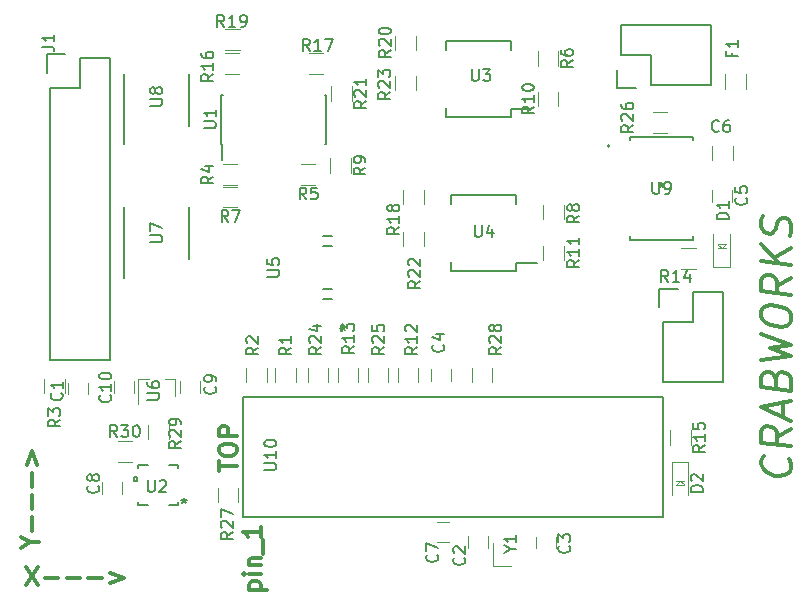
<source format=gbr>
G04 #@! TF.GenerationSoftware,KiCad,Pcbnew,5.0.0-fee4fd1~66~ubuntu16.04.1*
G04 #@! TF.CreationDate,2018-11-06T10:27:56-05:00*
G04 #@! TF.ProjectId,circuit,636972637569742E6B696361645F7063,rev?*
G04 #@! TF.SameCoordinates,Original*
G04 #@! TF.FileFunction,Legend,Top*
G04 #@! TF.FilePolarity,Positive*
%FSLAX46Y46*%
G04 Gerber Fmt 4.6, Leading zero omitted, Abs format (unit mm)*
G04 Created by KiCad (PCBNEW 5.0.0-fee4fd1~66~ubuntu16.04.1) date Tue Nov  6 10:27:56 2018*
%MOMM*%
%LPD*%
G01*
G04 APERTURE LIST*
%ADD10C,0.300000*%
%ADD11C,0.152400*%
%ADD12C,0.120000*%
%ADD13C,0.100000*%
%ADD14C,0.150000*%
G04 APERTURE END LIST*
D10*
X131282285Y-104298285D02*
X131996571Y-104298285D01*
X130496571Y-104798285D02*
X131282285Y-104298285D01*
X130496571Y-103798285D01*
X131425142Y-103298285D02*
X131425142Y-102155428D01*
X131425142Y-101441142D02*
X131425142Y-100298285D01*
X131425142Y-99584000D02*
X131425142Y-98441142D01*
X130996571Y-97726857D02*
X131425142Y-96584000D01*
X131853714Y-97726857D01*
X130913714Y-106366571D02*
X131913714Y-107866571D01*
X131913714Y-106366571D02*
X130913714Y-107866571D01*
X132485142Y-107295142D02*
X133628000Y-107295142D01*
X134342285Y-107295142D02*
X135485142Y-107295142D01*
X136199428Y-107295142D02*
X137342285Y-107295142D01*
X138056571Y-106866571D02*
X139199428Y-107295142D01*
X138056571Y-107723714D01*
X149792571Y-108306857D02*
X151292571Y-108306857D01*
X149864000Y-108306857D02*
X149792571Y-108164000D01*
X149792571Y-107878285D01*
X149864000Y-107735428D01*
X149935428Y-107664000D01*
X150078285Y-107592571D01*
X150506857Y-107592571D01*
X150649714Y-107664000D01*
X150721142Y-107735428D01*
X150792571Y-107878285D01*
X150792571Y-108164000D01*
X150721142Y-108306857D01*
X150792571Y-106949714D02*
X149792571Y-106949714D01*
X149292571Y-106949714D02*
X149364000Y-107021142D01*
X149435428Y-106949714D01*
X149364000Y-106878285D01*
X149292571Y-106949714D01*
X149435428Y-106949714D01*
X149792571Y-106235428D02*
X150792571Y-106235428D01*
X149935428Y-106235428D02*
X149864000Y-106164000D01*
X149792571Y-106021142D01*
X149792571Y-105806857D01*
X149864000Y-105664000D01*
X150006857Y-105592571D01*
X150792571Y-105592571D01*
X150935428Y-105235428D02*
X150935428Y-104092571D01*
X150792571Y-102949714D02*
X150792571Y-103806857D01*
X150792571Y-103378285D02*
X149292571Y-103378285D01*
X149506857Y-103521142D01*
X149649714Y-103664000D01*
X149721142Y-103806857D01*
X147260571Y-98230285D02*
X147260571Y-97373142D01*
X148760571Y-97801714D02*
X147260571Y-97801714D01*
X147260571Y-96587428D02*
X147260571Y-96301714D01*
X147332000Y-96158857D01*
X147474857Y-96016000D01*
X147760571Y-95944571D01*
X148260571Y-95944571D01*
X148546285Y-96016000D01*
X148689142Y-96158857D01*
X148760571Y-96301714D01*
X148760571Y-96587428D01*
X148689142Y-96730285D01*
X148546285Y-96873142D01*
X148260571Y-96944571D01*
X147760571Y-96944571D01*
X147474857Y-96873142D01*
X147332000Y-96730285D01*
X147260571Y-96587428D01*
X148760571Y-95301714D02*
X147260571Y-95301714D01*
X147260571Y-94730285D01*
X147332000Y-94587428D01*
X147403428Y-94516000D01*
X147546285Y-94444571D01*
X147760571Y-94444571D01*
X147903428Y-94516000D01*
X147974857Y-94587428D01*
X148046285Y-94730285D01*
X148046285Y-95301714D01*
X195471142Y-97220952D02*
X195592095Y-97357023D01*
X195713047Y-97735000D01*
X195713047Y-97976904D01*
X195592095Y-98324642D01*
X195350190Y-98536309D01*
X195108285Y-98627023D01*
X194624476Y-98687500D01*
X194261619Y-98642142D01*
X193777809Y-98460714D01*
X193535904Y-98309523D01*
X193294000Y-98037380D01*
X193173047Y-97659404D01*
X193173047Y-97417500D01*
X193294000Y-97069761D01*
X193414952Y-96963928D01*
X195713047Y-94711190D02*
X194503523Y-95406666D01*
X195713047Y-96162619D02*
X193173047Y-95845119D01*
X193173047Y-94877500D01*
X193294000Y-94650714D01*
X193414952Y-94544880D01*
X193656857Y-94454166D01*
X194019714Y-94499523D01*
X194261619Y-94650714D01*
X194382571Y-94786785D01*
X194503523Y-95043809D01*
X194503523Y-96011428D01*
X194987333Y-93652857D02*
X194987333Y-92443333D01*
X195713047Y-93985476D02*
X193173047Y-92821309D01*
X195713047Y-92292142D01*
X194382571Y-90432500D02*
X194503523Y-90084761D01*
X194624476Y-89978928D01*
X194866380Y-89888214D01*
X195229238Y-89933571D01*
X195471142Y-90084761D01*
X195592095Y-90220833D01*
X195713047Y-90477857D01*
X195713047Y-91445476D01*
X193173047Y-91127976D01*
X193173047Y-90281309D01*
X193294000Y-90054523D01*
X193414952Y-89948690D01*
X193656857Y-89857976D01*
X193898761Y-89888214D01*
X194140666Y-90039404D01*
X194261619Y-90175476D01*
X194382571Y-90432500D01*
X194382571Y-91279166D01*
X193173047Y-88829880D02*
X195713047Y-88542619D01*
X193898761Y-87832023D01*
X195713047Y-87575000D01*
X193173047Y-86652738D01*
X193173047Y-85201309D02*
X193173047Y-84717500D01*
X193294000Y-84490714D01*
X193535904Y-84279047D01*
X194019714Y-84218571D01*
X194866380Y-84324404D01*
X195350190Y-84505833D01*
X195592095Y-84777976D01*
X195713047Y-85035000D01*
X195713047Y-85518809D01*
X195592095Y-85745595D01*
X195350190Y-85957261D01*
X194866380Y-86017738D01*
X194019714Y-85911904D01*
X193535904Y-85730476D01*
X193294000Y-85458333D01*
X193173047Y-85201309D01*
X195713047Y-81890238D02*
X194503523Y-82585714D01*
X195713047Y-83341666D02*
X193173047Y-83024166D01*
X193173047Y-82056547D01*
X193294000Y-81829761D01*
X193414952Y-81723928D01*
X193656857Y-81633214D01*
X194019714Y-81678571D01*
X194261619Y-81829761D01*
X194382571Y-81965833D01*
X194503523Y-82222857D01*
X194503523Y-83190476D01*
X195713047Y-80801666D02*
X193173047Y-80484166D01*
X195713047Y-79350238D02*
X194261619Y-80257380D01*
X193173047Y-79032738D02*
X194624476Y-80665595D01*
X195592095Y-78367500D02*
X195713047Y-78019761D01*
X195713047Y-77415000D01*
X195592095Y-77157976D01*
X195471142Y-77021904D01*
X195229238Y-76870714D01*
X194987333Y-76840476D01*
X194745428Y-76931190D01*
X194624476Y-77037023D01*
X194503523Y-77263809D01*
X194382571Y-77732500D01*
X194261619Y-77959285D01*
X194140666Y-78065119D01*
X193898761Y-78155833D01*
X193656857Y-78125595D01*
X193414952Y-77974404D01*
X193294000Y-77838333D01*
X193173047Y-77581309D01*
X193173047Y-76976547D01*
X193294000Y-76628809D01*
D11*
G04 #@! TO.C,U5*
X156085540Y-83720501D02*
X156794200Y-83720501D01*
X156085540Y-79220499D02*
X156794200Y-79220499D01*
X156085540Y-82831501D02*
X156794200Y-82831501D01*
X156085540Y-78331499D02*
X156794200Y-78331499D01*
D12*
G04 #@! TO.C,C1*
X134430400Y-90771600D02*
X134430400Y-91771600D01*
X136130400Y-91771600D02*
X136130400Y-90771600D01*
G04 #@! TO.C,C2*
X168301300Y-103741600D02*
X168301300Y-104741600D01*
X170001300Y-104741600D02*
X170001300Y-103741600D01*
G04 #@! TO.C,C3*
X174079800Y-103805100D02*
X174079800Y-104805100D01*
X175779800Y-104805100D02*
X175779800Y-103805100D01*
G04 #@! TO.C,C4*
X166864400Y-90593800D02*
X166864400Y-89593800D01*
X165164400Y-89593800D02*
X165164400Y-90593800D01*
G04 #@! TO.C,C5*
X189002300Y-74455400D02*
X189002300Y-75455400D01*
X190702300Y-75455400D02*
X190702300Y-74455400D01*
G04 #@! TO.C,C7*
X165743000Y-104228000D02*
X166743000Y-104228000D01*
X166743000Y-102528000D02*
X165743000Y-102528000D01*
D13*
G04 #@! TO.C,D1*
X190164200Y-79389400D02*
X189814200Y-79389400D01*
X189814200Y-79389400D02*
X189464200Y-79389400D01*
X190164200Y-79039400D02*
X189814200Y-79389400D01*
X190114200Y-79039400D02*
X190164200Y-79039400D01*
X190164200Y-79039400D02*
X190114200Y-79039400D01*
X189464200Y-79039400D02*
X190114200Y-79039400D01*
X189514200Y-79089400D02*
X189464200Y-79039400D01*
X189814200Y-79389400D02*
X189514200Y-79089400D01*
D12*
X189114200Y-80989400D02*
X190514200Y-80989400D01*
X190514200Y-80989400D02*
X190514200Y-78189400D01*
X189114200Y-80989400D02*
X189114200Y-78189400D01*
G04 #@! TO.C,D2*
X186996300Y-97488600D02*
X186996300Y-100288600D01*
X185596300Y-97488600D02*
X185596300Y-100288600D01*
X186996300Y-97488600D02*
X185596300Y-97488600D01*
D13*
X186296300Y-99088600D02*
X186596300Y-99388600D01*
X186596300Y-99388600D02*
X186646300Y-99438600D01*
X186646300Y-99438600D02*
X185996300Y-99438600D01*
X185946300Y-99438600D02*
X185996300Y-99438600D01*
X185996300Y-99438600D02*
X185946300Y-99438600D01*
X185946300Y-99438600D02*
X186296300Y-99088600D01*
X186296300Y-99088600D02*
X186646300Y-99088600D01*
X185946300Y-99088600D02*
X186296300Y-99088600D01*
D14*
G04 #@! TO.C,J1*
X132969000Y-65786000D02*
X132969000Y-70866000D01*
X132689000Y-62966000D02*
X134239000Y-62966000D01*
X135509000Y-63246000D02*
X135509000Y-65786000D01*
X135509000Y-65786000D02*
X132969000Y-65786000D01*
X132969000Y-88849200D02*
X138049000Y-88849200D01*
X138049000Y-70866000D02*
X138049000Y-65786000D01*
X132689000Y-62966000D02*
X132689000Y-64516000D01*
X138049000Y-63246000D02*
X135509000Y-63246000D01*
X138049000Y-65786000D02*
X138049000Y-63246000D01*
X132969000Y-70840600D02*
X132969000Y-88849200D01*
X138049000Y-70866000D02*
X138049000Y-88849200D01*
G04 #@! TO.C,J2*
X183794400Y-65557400D02*
X188874400Y-65557400D01*
X180974400Y-65837400D02*
X180974400Y-64287400D01*
X181254400Y-63017400D02*
X183794400Y-63017400D01*
X183794400Y-63017400D02*
X183794400Y-65557400D01*
X188874400Y-65557400D02*
X188874400Y-60477400D01*
X188874400Y-60477400D02*
X183794400Y-60477400D01*
X180974400Y-65837400D02*
X182524400Y-65837400D01*
X181254400Y-60477400D02*
X181254400Y-63017400D01*
X183794400Y-60477400D02*
X181254400Y-60477400D01*
G04 #@! TO.C,P1*
X189890400Y-85623400D02*
X189890400Y-83083400D01*
X189890400Y-83083400D02*
X187350400Y-83083400D01*
X184530400Y-82803400D02*
X184530400Y-84353400D01*
X189890400Y-90703400D02*
X189890400Y-85623400D01*
X184810400Y-90703400D02*
X189890400Y-90703400D01*
X187350400Y-85623400D02*
X184810400Y-85623400D01*
X187350400Y-83083400D02*
X187350400Y-85623400D01*
X184530400Y-82803400D02*
X186080400Y-82803400D01*
X184810400Y-85623400D02*
X184810400Y-90703400D01*
D12*
G04 #@! TO.C,R1*
X153775300Y-89544600D02*
X153775300Y-90744600D01*
X152015300Y-90744600D02*
X152015300Y-89544600D01*
G04 #@! TO.C,R2*
X151298800Y-89544600D02*
X151298800Y-90744600D01*
X149538800Y-90744600D02*
X149538800Y-89544600D01*
G04 #@! TO.C,R3*
X134204600Y-90469200D02*
X134204600Y-91669200D01*
X132444600Y-91669200D02*
X132444600Y-90469200D01*
G04 #@! TO.C,R4*
X147609000Y-72272000D02*
X148809000Y-72272000D01*
X148809000Y-74032000D02*
X147609000Y-74032000D01*
G04 #@! TO.C,R5*
X154213000Y-72272000D02*
X155413000Y-72272000D01*
X155413000Y-74032000D02*
X154213000Y-74032000D01*
G04 #@! TO.C,R6*
X175978235Y-62723395D02*
X175978235Y-63923395D01*
X174218235Y-63923395D02*
X174218235Y-62723395D01*
G04 #@! TO.C,R7*
X148809000Y-75937000D02*
X147609000Y-75937000D01*
X147609000Y-74177000D02*
X148809000Y-74177000D01*
G04 #@! TO.C,R8*
X174703587Y-76914614D02*
X174703587Y-75714614D01*
X176463587Y-75714614D02*
X176463587Y-76914614D01*
G04 #@! TO.C,R9*
X156663500Y-72990000D02*
X156663500Y-71790000D01*
X158423500Y-71790000D02*
X158423500Y-72990000D01*
G04 #@! TO.C,R10*
X174218235Y-67352395D02*
X174218235Y-66152395D01*
X175978235Y-66152395D02*
X175978235Y-67352395D01*
G04 #@! TO.C,R11*
X174703587Y-80407114D02*
X174703587Y-79207114D01*
X176463587Y-79207114D02*
X176463587Y-80407114D01*
G04 #@! TO.C,R12*
X164125800Y-89544600D02*
X164125800Y-90744600D01*
X162365800Y-90744600D02*
X162365800Y-89544600D01*
G04 #@! TO.C,R13*
X157285800Y-90744600D02*
X157285800Y-89544600D01*
X159045800Y-89544600D02*
X159045800Y-90744600D01*
G04 #@! TO.C,R14*
X187605000Y-81118600D02*
X186405000Y-81118600D01*
X186405000Y-79358600D02*
X187605000Y-79358600D01*
G04 #@! TO.C,R15*
X187176300Y-94815100D02*
X187176300Y-96015100D01*
X185416300Y-96015100D02*
X185416300Y-94815100D01*
G04 #@! TO.C,R16*
X147736000Y-62874000D02*
X148936000Y-62874000D01*
X148936000Y-64634000D02*
X147736000Y-64634000D01*
G04 #@! TO.C,R17*
X154848000Y-62874000D02*
X156048000Y-62874000D01*
X156048000Y-64634000D02*
X154848000Y-64634000D01*
G04 #@! TO.C,R18*
X162829087Y-75644614D02*
X162829087Y-74444614D01*
X164589087Y-74444614D02*
X164589087Y-75644614D01*
G04 #@! TO.C,R19*
X148997000Y-62602000D02*
X147797000Y-62602000D01*
X147797000Y-60842000D02*
X148997000Y-60842000D01*
G04 #@! TO.C,R20*
X163913235Y-61442000D02*
X163913235Y-62642000D01*
X162153235Y-62642000D02*
X162153235Y-61442000D01*
G04 #@! TO.C,R21*
X156727000Y-66894000D02*
X156727000Y-65694000D01*
X158487000Y-65694000D02*
X158487000Y-66894000D01*
G04 #@! TO.C,R22*
X164589087Y-78000614D02*
X164589087Y-79200614D01*
X162829087Y-79200614D02*
X162829087Y-78000614D01*
G04 #@! TO.C,R23*
X163913235Y-64818895D02*
X163913235Y-66018895D01*
X162153235Y-66018895D02*
X162153235Y-64818895D01*
G04 #@! TO.C,R24*
X156505800Y-89544600D02*
X156505800Y-90744600D01*
X154745800Y-90744600D02*
X154745800Y-89544600D01*
G04 #@! TO.C,R25*
X161585800Y-89544600D02*
X161585800Y-90744600D01*
X159825800Y-90744600D02*
X159825800Y-89544600D01*
G04 #@! TO.C,R26*
X185181800Y-69612400D02*
X183981800Y-69612400D01*
X183981800Y-67852400D02*
X185181800Y-67852400D01*
G04 #@! TO.C,R27*
X148885800Y-99704600D02*
X148885800Y-100904600D01*
X147125800Y-100904600D02*
X147125800Y-99704600D01*
G04 #@! TO.C,R28*
X168639600Y-90693800D02*
X168639600Y-89493800D01*
X170399600Y-89493800D02*
X170399600Y-90693800D01*
D14*
G04 #@! TO.C,U1*
X147467000Y-70528000D02*
X147467000Y-71903000D01*
X156342000Y-70528000D02*
X156342000Y-66378000D01*
X147442000Y-70528000D02*
X147442000Y-66378000D01*
X156342000Y-70528000D02*
X156227000Y-70528000D01*
X156342000Y-66378000D02*
X156227000Y-66378000D01*
X147442000Y-66378000D02*
X147557000Y-66378000D01*
X147442000Y-70528000D02*
X147467000Y-70528000D01*
D11*
G04 #@! TO.C,U2*
X143814800Y-97739200D02*
X143021252Y-97739200D01*
X140411200Y-97739200D02*
X140411200Y-98032747D01*
X140411200Y-101142800D02*
X141204748Y-101142800D01*
X143814800Y-101142800D02*
X143814800Y-100849253D01*
X143814800Y-98032747D02*
X143814800Y-97739200D01*
X141204748Y-97739200D02*
X140411200Y-97739200D01*
X140411200Y-100849253D02*
X140411200Y-101142800D01*
X143021252Y-101142800D02*
X143814800Y-101142800D01*
X140081000Y-99131501D02*
X140081000Y-98750501D01*
X140081000Y-98750501D02*
X140335000Y-98750501D01*
X140335000Y-98750501D02*
X140335000Y-99131501D01*
X140335000Y-99131501D02*
X140081000Y-99131501D01*
D14*
G04 #@! TO.C,U3*
X171942735Y-68242895D02*
X171942735Y-67587895D01*
X166442735Y-68242895D02*
X166442735Y-67492895D01*
X166442735Y-61832895D02*
X166442735Y-62582895D01*
X171942735Y-61832895D02*
X171942735Y-62582895D01*
X171942735Y-68242895D02*
X166442735Y-68242895D01*
X171942735Y-61832895D02*
X166442735Y-61832895D01*
X171942735Y-67587895D02*
X173692735Y-67587895D01*
G04 #@! TO.C,U4*
X172428087Y-80642614D02*
X174178087Y-80642614D01*
X172428087Y-74887614D02*
X166928087Y-74887614D01*
X172428087Y-81297614D02*
X166928087Y-81297614D01*
X172428087Y-74887614D02*
X172428087Y-75637614D01*
X166928087Y-74887614D02*
X166928087Y-75637614D01*
X166928087Y-81297614D02*
X166928087Y-80547614D01*
X172428087Y-81297614D02*
X172428087Y-80642614D01*
G04 #@! TO.C,U7*
X139186000Y-81880000D02*
X139186000Y-75905000D01*
X144711000Y-80305000D02*
X144711000Y-75905000D01*
G04 #@! TO.C,U8*
X144711000Y-69002000D02*
X144711000Y-64602000D01*
X139186000Y-70577000D02*
X139186000Y-64602000D01*
D11*
G04 #@! TO.C,U9*
X182077799Y-78651400D02*
X187339801Y-78651400D01*
X187339801Y-78651400D02*
X187339801Y-78378139D01*
X187339801Y-69989400D02*
X182077799Y-69989400D01*
X182077799Y-69989400D02*
X182077799Y-70262661D01*
X182077799Y-78378139D02*
X182077799Y-78651400D01*
X187339801Y-70262661D02*
X187339801Y-69989400D01*
X180283400Y-70745400D02*
G75*
G03X180283400Y-70745400I-76200J0D01*
G01*
D14*
G04 #@! TO.C,U10*
X149301200Y-102184200D02*
X149301200Y-92024200D01*
X149301200Y-102184200D02*
X184861200Y-102184200D01*
X149301200Y-92024200D02*
X184861200Y-92024200D01*
X184861200Y-102184200D02*
X184861200Y-92024200D01*
D13*
G04 #@! TO.C,Y1*
X170408800Y-106305100D02*
X170408800Y-104305100D01*
X170408800Y-106305100D02*
X172008800Y-106305100D01*
D12*
G04 #@! TO.C,U6*
X143566000Y-90426000D02*
X143566000Y-91886000D01*
X140406000Y-90426000D02*
X140406000Y-92586000D01*
X140406000Y-90426000D02*
X141336000Y-90426000D01*
X143566000Y-90426000D02*
X142636000Y-90426000D01*
G04 #@! TO.C,C8*
X137351400Y-99220400D02*
X137351400Y-100220400D01*
X139051400Y-100220400D02*
X139051400Y-99220400D01*
G04 #@! TO.C,R29*
X141233000Y-95545200D02*
X141233000Y-94345200D01*
X142993000Y-94345200D02*
X142993000Y-95545200D01*
G04 #@! TO.C,R30*
X139868200Y-97450800D02*
X138668200Y-97450800D01*
X138668200Y-95690800D02*
X139868200Y-95690800D01*
G04 #@! TO.C,C6*
X188972300Y-71935900D02*
X188972300Y-70735900D01*
X190732300Y-70735900D02*
X190732300Y-71935900D01*
G04 #@! TO.C,C9*
X145630000Y-91670000D02*
X145630000Y-90670000D01*
X143930000Y-90670000D02*
X143930000Y-91670000D01*
G04 #@! TO.C,C10*
X138342000Y-90670000D02*
X138342000Y-91670000D01*
X140042000Y-91670000D02*
X140042000Y-90670000D01*
G04 #@! TO.C,F1*
X191888000Y-64678000D02*
X191888000Y-65878000D01*
X190128000Y-65878000D02*
X190128000Y-64678000D01*
G04 #@! TO.C,U5*
D14*
X151344380Y-81787904D02*
X152153904Y-81787904D01*
X152249142Y-81740285D01*
X152296761Y-81692666D01*
X152344380Y-81597428D01*
X152344380Y-81406952D01*
X152296761Y-81311714D01*
X152249142Y-81264095D01*
X152153904Y-81216476D01*
X151344380Y-81216476D01*
X151344380Y-80264095D02*
X151344380Y-80740285D01*
X151820571Y-80787904D01*
X151772952Y-80740285D01*
X151725333Y-80645047D01*
X151725333Y-80406952D01*
X151772952Y-80311714D01*
X151820571Y-80264095D01*
X151915809Y-80216476D01*
X152153904Y-80216476D01*
X152249142Y-80264095D01*
X152296761Y-80311714D01*
X152344380Y-80406952D01*
X152344380Y-80645047D01*
X152296761Y-80740285D01*
X152249142Y-80787904D01*
X157453080Y-86161001D02*
X157691176Y-86161001D01*
X157595938Y-86399096D02*
X157691176Y-86161001D01*
X157595938Y-85922905D01*
X157881652Y-86303858D02*
X157691176Y-86161001D01*
X157881652Y-86018143D01*
G04 #@! TO.C,C1*
X133910342Y-91641466D02*
X133957961Y-91689085D01*
X134005580Y-91831942D01*
X134005580Y-91927180D01*
X133957961Y-92070038D01*
X133862723Y-92165276D01*
X133767485Y-92212895D01*
X133577009Y-92260514D01*
X133434152Y-92260514D01*
X133243676Y-92212895D01*
X133148438Y-92165276D01*
X133053200Y-92070038D01*
X133005580Y-91927180D01*
X133005580Y-91831942D01*
X133053200Y-91689085D01*
X133100819Y-91641466D01*
X134005580Y-90689085D02*
X134005580Y-91260514D01*
X134005580Y-90974800D02*
X133005580Y-90974800D01*
X133148438Y-91070038D01*
X133243676Y-91165276D01*
X133291295Y-91260514D01*
G04 #@! TO.C,C2*
X167997142Y-105576666D02*
X168044761Y-105624285D01*
X168092380Y-105767142D01*
X168092380Y-105862380D01*
X168044761Y-106005238D01*
X167949523Y-106100476D01*
X167854285Y-106148095D01*
X167663809Y-106195714D01*
X167520952Y-106195714D01*
X167330476Y-106148095D01*
X167235238Y-106100476D01*
X167140000Y-106005238D01*
X167092380Y-105862380D01*
X167092380Y-105767142D01*
X167140000Y-105624285D01*
X167187619Y-105576666D01*
X167187619Y-105195714D02*
X167140000Y-105148095D01*
X167092380Y-105052857D01*
X167092380Y-104814761D01*
X167140000Y-104719523D01*
X167187619Y-104671904D01*
X167282857Y-104624285D01*
X167378095Y-104624285D01*
X167520952Y-104671904D01*
X168092380Y-105243333D01*
X168092380Y-104624285D01*
G04 #@! TO.C,C3*
X176887142Y-104560666D02*
X176934761Y-104608285D01*
X176982380Y-104751142D01*
X176982380Y-104846380D01*
X176934761Y-104989238D01*
X176839523Y-105084476D01*
X176744285Y-105132095D01*
X176553809Y-105179714D01*
X176410952Y-105179714D01*
X176220476Y-105132095D01*
X176125238Y-105084476D01*
X176030000Y-104989238D01*
X175982380Y-104846380D01*
X175982380Y-104751142D01*
X176030000Y-104608285D01*
X176077619Y-104560666D01*
X175982380Y-104227333D02*
X175982380Y-103608285D01*
X176363333Y-103941619D01*
X176363333Y-103798761D01*
X176410952Y-103703523D01*
X176458571Y-103655904D01*
X176553809Y-103608285D01*
X176791904Y-103608285D01*
X176887142Y-103655904D01*
X176934761Y-103703523D01*
X176982380Y-103798761D01*
X176982380Y-104084476D01*
X176934761Y-104179714D01*
X176887142Y-104227333D01*
G04 #@! TO.C,C4*
X166219142Y-87542666D02*
X166266761Y-87590285D01*
X166314380Y-87733142D01*
X166314380Y-87828380D01*
X166266761Y-87971238D01*
X166171523Y-88066476D01*
X166076285Y-88114095D01*
X165885809Y-88161714D01*
X165742952Y-88161714D01*
X165552476Y-88114095D01*
X165457238Y-88066476D01*
X165362000Y-87971238D01*
X165314380Y-87828380D01*
X165314380Y-87733142D01*
X165362000Y-87590285D01*
X165409619Y-87542666D01*
X165647714Y-86685523D02*
X166314380Y-86685523D01*
X165266761Y-86923619D02*
X165981047Y-87161714D01*
X165981047Y-86542666D01*
G04 #@! TO.C,C5*
X191873142Y-75096666D02*
X191920761Y-75144285D01*
X191968380Y-75287142D01*
X191968380Y-75382380D01*
X191920761Y-75525238D01*
X191825523Y-75620476D01*
X191730285Y-75668095D01*
X191539809Y-75715714D01*
X191396952Y-75715714D01*
X191206476Y-75668095D01*
X191111238Y-75620476D01*
X191016000Y-75525238D01*
X190968380Y-75382380D01*
X190968380Y-75287142D01*
X191016000Y-75144285D01*
X191063619Y-75096666D01*
X190968380Y-74191904D02*
X190968380Y-74668095D01*
X191444571Y-74715714D01*
X191396952Y-74668095D01*
X191349333Y-74572857D01*
X191349333Y-74334761D01*
X191396952Y-74239523D01*
X191444571Y-74191904D01*
X191539809Y-74144285D01*
X191777904Y-74144285D01*
X191873142Y-74191904D01*
X191920761Y-74239523D01*
X191968380Y-74334761D01*
X191968380Y-74572857D01*
X191920761Y-74668095D01*
X191873142Y-74715714D01*
G04 #@! TO.C,C7*
X165711142Y-105322666D02*
X165758761Y-105370285D01*
X165806380Y-105513142D01*
X165806380Y-105608380D01*
X165758761Y-105751238D01*
X165663523Y-105846476D01*
X165568285Y-105894095D01*
X165377809Y-105941714D01*
X165234952Y-105941714D01*
X165044476Y-105894095D01*
X164949238Y-105846476D01*
X164854000Y-105751238D01*
X164806380Y-105608380D01*
X164806380Y-105513142D01*
X164854000Y-105370285D01*
X164901619Y-105322666D01*
X164806380Y-104989333D02*
X164806380Y-104322666D01*
X165806380Y-104751238D01*
G04 #@! TO.C,D1*
X190393580Y-76942995D02*
X189393580Y-76942995D01*
X189393580Y-76704900D01*
X189441200Y-76562042D01*
X189536438Y-76466804D01*
X189631676Y-76419185D01*
X189822152Y-76371566D01*
X189965009Y-76371566D01*
X190155485Y-76419185D01*
X190250723Y-76466804D01*
X190345961Y-76562042D01*
X190393580Y-76704900D01*
X190393580Y-76942995D01*
X190393580Y-75419185D02*
X190393580Y-75990614D01*
X190393580Y-75704900D02*
X189393580Y-75704900D01*
X189536438Y-75800138D01*
X189631676Y-75895376D01*
X189679295Y-75990614D01*
G04 #@! TO.C,D2*
X188198680Y-100026695D02*
X187198680Y-100026695D01*
X187198680Y-99788600D01*
X187246300Y-99645742D01*
X187341538Y-99550504D01*
X187436776Y-99502885D01*
X187627252Y-99455266D01*
X187770109Y-99455266D01*
X187960585Y-99502885D01*
X188055823Y-99550504D01*
X188151061Y-99645742D01*
X188198680Y-99788600D01*
X188198680Y-100026695D01*
X187293919Y-99074314D02*
X187246300Y-99026695D01*
X187198680Y-98931457D01*
X187198680Y-98693361D01*
X187246300Y-98598123D01*
X187293919Y-98550504D01*
X187389157Y-98502885D01*
X187484395Y-98502885D01*
X187627252Y-98550504D01*
X188198680Y-99121933D01*
X188198680Y-98502885D01*
G04 #@! TO.C,J1*
X132294380Y-62309333D02*
X133008666Y-62309333D01*
X133151523Y-62356952D01*
X133246761Y-62452190D01*
X133294380Y-62595047D01*
X133294380Y-62690285D01*
X133294380Y-61309333D02*
X133294380Y-61880761D01*
X133294380Y-61595047D02*
X132294380Y-61595047D01*
X132437238Y-61690285D01*
X132532476Y-61785523D01*
X132580095Y-61880761D01*
G04 #@! TO.C,R1*
X153360380Y-87796666D02*
X152884190Y-88130000D01*
X153360380Y-88368095D02*
X152360380Y-88368095D01*
X152360380Y-87987142D01*
X152408000Y-87891904D01*
X152455619Y-87844285D01*
X152550857Y-87796666D01*
X152693714Y-87796666D01*
X152788952Y-87844285D01*
X152836571Y-87891904D01*
X152884190Y-87987142D01*
X152884190Y-88368095D01*
X153360380Y-86844285D02*
X153360380Y-87415714D01*
X153360380Y-87130000D02*
X152360380Y-87130000D01*
X152503238Y-87225238D01*
X152598476Y-87320476D01*
X152646095Y-87415714D01*
G04 #@! TO.C,R2*
X150566380Y-87796666D02*
X150090190Y-88130000D01*
X150566380Y-88368095D02*
X149566380Y-88368095D01*
X149566380Y-87987142D01*
X149614000Y-87891904D01*
X149661619Y-87844285D01*
X149756857Y-87796666D01*
X149899714Y-87796666D01*
X149994952Y-87844285D01*
X150042571Y-87891904D01*
X150090190Y-87987142D01*
X150090190Y-88368095D01*
X149661619Y-87415714D02*
X149614000Y-87368095D01*
X149566380Y-87272857D01*
X149566380Y-87034761D01*
X149614000Y-86939523D01*
X149661619Y-86891904D01*
X149756857Y-86844285D01*
X149852095Y-86844285D01*
X149994952Y-86891904D01*
X150566380Y-87463333D01*
X150566380Y-86844285D01*
G04 #@! TO.C,R3*
X133802380Y-93892666D02*
X133326190Y-94226000D01*
X133802380Y-94464095D02*
X132802380Y-94464095D01*
X132802380Y-94083142D01*
X132850000Y-93987904D01*
X132897619Y-93940285D01*
X132992857Y-93892666D01*
X133135714Y-93892666D01*
X133230952Y-93940285D01*
X133278571Y-93987904D01*
X133326190Y-94083142D01*
X133326190Y-94464095D01*
X132802380Y-93559333D02*
X132802380Y-92940285D01*
X133183333Y-93273619D01*
X133183333Y-93130761D01*
X133230952Y-93035523D01*
X133278571Y-92987904D01*
X133373809Y-92940285D01*
X133611904Y-92940285D01*
X133707142Y-92987904D01*
X133754761Y-93035523D01*
X133802380Y-93130761D01*
X133802380Y-93416476D01*
X133754761Y-93511714D01*
X133707142Y-93559333D01*
G04 #@! TO.C,R4*
X146756380Y-73318666D02*
X146280190Y-73652000D01*
X146756380Y-73890095D02*
X145756380Y-73890095D01*
X145756380Y-73509142D01*
X145804000Y-73413904D01*
X145851619Y-73366285D01*
X145946857Y-73318666D01*
X146089714Y-73318666D01*
X146184952Y-73366285D01*
X146232571Y-73413904D01*
X146280190Y-73509142D01*
X146280190Y-73890095D01*
X146089714Y-72461523D02*
X146756380Y-72461523D01*
X145708761Y-72699619D02*
X146423047Y-72937714D01*
X146423047Y-72318666D01*
G04 #@! TO.C,R5*
X154646333Y-75254380D02*
X154313000Y-74778190D01*
X154074904Y-75254380D02*
X154074904Y-74254380D01*
X154455857Y-74254380D01*
X154551095Y-74302000D01*
X154598714Y-74349619D01*
X154646333Y-74444857D01*
X154646333Y-74587714D01*
X154598714Y-74682952D01*
X154551095Y-74730571D01*
X154455857Y-74778190D01*
X154074904Y-74778190D01*
X155551095Y-74254380D02*
X155074904Y-74254380D01*
X155027285Y-74730571D01*
X155074904Y-74682952D01*
X155170142Y-74635333D01*
X155408238Y-74635333D01*
X155503476Y-74682952D01*
X155551095Y-74730571D01*
X155598714Y-74825809D01*
X155598714Y-75063904D01*
X155551095Y-75159142D01*
X155503476Y-75206761D01*
X155408238Y-75254380D01*
X155170142Y-75254380D01*
X155074904Y-75206761D01*
X155027285Y-75159142D01*
G04 #@! TO.C,R6*
X177200615Y-63490061D02*
X176724425Y-63823395D01*
X177200615Y-64061490D02*
X176200615Y-64061490D01*
X176200615Y-63680537D01*
X176248235Y-63585299D01*
X176295854Y-63537680D01*
X176391092Y-63490061D01*
X176533949Y-63490061D01*
X176629187Y-63537680D01*
X176676806Y-63585299D01*
X176724425Y-63680537D01*
X176724425Y-64061490D01*
X176200615Y-62632918D02*
X176200615Y-62823395D01*
X176248235Y-62918633D01*
X176295854Y-62966252D01*
X176438711Y-63061490D01*
X176629187Y-63109109D01*
X177010139Y-63109109D01*
X177105377Y-63061490D01*
X177152996Y-63013871D01*
X177200615Y-62918633D01*
X177200615Y-62728156D01*
X177152996Y-62632918D01*
X177105377Y-62585299D01*
X177010139Y-62537680D01*
X176772044Y-62537680D01*
X176676806Y-62585299D01*
X176629187Y-62632918D01*
X176581568Y-62728156D01*
X176581568Y-62918633D01*
X176629187Y-63013871D01*
X176676806Y-63061490D01*
X176772044Y-63109109D01*
G04 #@! TO.C,R7*
X148042333Y-77159380D02*
X147709000Y-76683190D01*
X147470904Y-77159380D02*
X147470904Y-76159380D01*
X147851857Y-76159380D01*
X147947095Y-76207000D01*
X147994714Y-76254619D01*
X148042333Y-76349857D01*
X148042333Y-76492714D01*
X147994714Y-76587952D01*
X147947095Y-76635571D01*
X147851857Y-76683190D01*
X147470904Y-76683190D01*
X148375666Y-76159380D02*
X149042333Y-76159380D01*
X148613761Y-77159380D01*
G04 #@! TO.C,R8*
X177744380Y-76620666D02*
X177268190Y-76954000D01*
X177744380Y-77192095D02*
X176744380Y-77192095D01*
X176744380Y-76811142D01*
X176792000Y-76715904D01*
X176839619Y-76668285D01*
X176934857Y-76620666D01*
X177077714Y-76620666D01*
X177172952Y-76668285D01*
X177220571Y-76715904D01*
X177268190Y-76811142D01*
X177268190Y-77192095D01*
X177172952Y-76049238D02*
X177125333Y-76144476D01*
X177077714Y-76192095D01*
X176982476Y-76239714D01*
X176934857Y-76239714D01*
X176839619Y-76192095D01*
X176792000Y-76144476D01*
X176744380Y-76049238D01*
X176744380Y-75858761D01*
X176792000Y-75763523D01*
X176839619Y-75715904D01*
X176934857Y-75668285D01*
X176982476Y-75668285D01*
X177077714Y-75715904D01*
X177125333Y-75763523D01*
X177172952Y-75858761D01*
X177172952Y-76049238D01*
X177220571Y-76144476D01*
X177268190Y-76192095D01*
X177363428Y-76239714D01*
X177553904Y-76239714D01*
X177649142Y-76192095D01*
X177696761Y-76144476D01*
X177744380Y-76049238D01*
X177744380Y-75858761D01*
X177696761Y-75763523D01*
X177649142Y-75715904D01*
X177553904Y-75668285D01*
X177363428Y-75668285D01*
X177268190Y-75715904D01*
X177220571Y-75763523D01*
X177172952Y-75858761D01*
G04 #@! TO.C,R9*
X159645880Y-72556666D02*
X159169690Y-72890000D01*
X159645880Y-73128095D02*
X158645880Y-73128095D01*
X158645880Y-72747142D01*
X158693500Y-72651904D01*
X158741119Y-72604285D01*
X158836357Y-72556666D01*
X158979214Y-72556666D01*
X159074452Y-72604285D01*
X159122071Y-72651904D01*
X159169690Y-72747142D01*
X159169690Y-73128095D01*
X159645880Y-72080476D02*
X159645880Y-71890000D01*
X159598261Y-71794761D01*
X159550642Y-71747142D01*
X159407785Y-71651904D01*
X159217309Y-71604285D01*
X158836357Y-71604285D01*
X158741119Y-71651904D01*
X158693500Y-71699523D01*
X158645880Y-71794761D01*
X158645880Y-71985238D01*
X158693500Y-72080476D01*
X158741119Y-72128095D01*
X158836357Y-72175714D01*
X159074452Y-72175714D01*
X159169690Y-72128095D01*
X159217309Y-72080476D01*
X159264928Y-71985238D01*
X159264928Y-71794761D01*
X159217309Y-71699523D01*
X159169690Y-71651904D01*
X159074452Y-71604285D01*
G04 #@! TO.C,R10*
X173900615Y-67395252D02*
X173424425Y-67728585D01*
X173900615Y-67966680D02*
X172900615Y-67966680D01*
X172900615Y-67585728D01*
X172948235Y-67490490D01*
X172995854Y-67442871D01*
X173091092Y-67395252D01*
X173233949Y-67395252D01*
X173329187Y-67442871D01*
X173376806Y-67490490D01*
X173424425Y-67585728D01*
X173424425Y-67966680D01*
X173900615Y-66442871D02*
X173900615Y-67014299D01*
X173900615Y-66728585D02*
X172900615Y-66728585D01*
X173043473Y-66823823D01*
X173138711Y-66919061D01*
X173186330Y-67014299D01*
X172900615Y-65823823D02*
X172900615Y-65728585D01*
X172948235Y-65633347D01*
X172995854Y-65585728D01*
X173091092Y-65538109D01*
X173281568Y-65490490D01*
X173519663Y-65490490D01*
X173710139Y-65538109D01*
X173805377Y-65585728D01*
X173852996Y-65633347D01*
X173900615Y-65728585D01*
X173900615Y-65823823D01*
X173852996Y-65919061D01*
X173805377Y-65966680D01*
X173710139Y-66014299D01*
X173519663Y-66061918D01*
X173281568Y-66061918D01*
X173091092Y-66014299D01*
X172995854Y-65966680D01*
X172948235Y-65919061D01*
X172900615Y-65823823D01*
G04 #@! TO.C,R11*
X177744380Y-80398857D02*
X177268190Y-80732190D01*
X177744380Y-80970285D02*
X176744380Y-80970285D01*
X176744380Y-80589333D01*
X176792000Y-80494095D01*
X176839619Y-80446476D01*
X176934857Y-80398857D01*
X177077714Y-80398857D01*
X177172952Y-80446476D01*
X177220571Y-80494095D01*
X177268190Y-80589333D01*
X177268190Y-80970285D01*
X177744380Y-79446476D02*
X177744380Y-80017904D01*
X177744380Y-79732190D02*
X176744380Y-79732190D01*
X176887238Y-79827428D01*
X176982476Y-79922666D01*
X177030095Y-80017904D01*
X177744380Y-78494095D02*
X177744380Y-79065523D01*
X177744380Y-78779809D02*
X176744380Y-78779809D01*
X176887238Y-78875047D01*
X176982476Y-78970285D01*
X177030095Y-79065523D01*
G04 #@! TO.C,R12*
X164028380Y-87764857D02*
X163552190Y-88098190D01*
X164028380Y-88336285D02*
X163028380Y-88336285D01*
X163028380Y-87955333D01*
X163076000Y-87860095D01*
X163123619Y-87812476D01*
X163218857Y-87764857D01*
X163361714Y-87764857D01*
X163456952Y-87812476D01*
X163504571Y-87860095D01*
X163552190Y-87955333D01*
X163552190Y-88336285D01*
X164028380Y-86812476D02*
X164028380Y-87383904D01*
X164028380Y-87098190D02*
X163028380Y-87098190D01*
X163171238Y-87193428D01*
X163266476Y-87288666D01*
X163314095Y-87383904D01*
X163123619Y-86431523D02*
X163076000Y-86383904D01*
X163028380Y-86288666D01*
X163028380Y-86050571D01*
X163076000Y-85955333D01*
X163123619Y-85907714D01*
X163218857Y-85860095D01*
X163314095Y-85860095D01*
X163456952Y-85907714D01*
X164028380Y-86479142D01*
X164028380Y-85860095D01*
G04 #@! TO.C,R13*
X158694380Y-87675957D02*
X158218190Y-88009290D01*
X158694380Y-88247385D02*
X157694380Y-88247385D01*
X157694380Y-87866433D01*
X157742000Y-87771195D01*
X157789619Y-87723576D01*
X157884857Y-87675957D01*
X158027714Y-87675957D01*
X158122952Y-87723576D01*
X158170571Y-87771195D01*
X158218190Y-87866433D01*
X158218190Y-88247385D01*
X158694380Y-86723576D02*
X158694380Y-87295004D01*
X158694380Y-87009290D02*
X157694380Y-87009290D01*
X157837238Y-87104528D01*
X157932476Y-87199766D01*
X157980095Y-87295004D01*
X157694380Y-86390242D02*
X157694380Y-85771195D01*
X158075333Y-86104528D01*
X158075333Y-85961671D01*
X158122952Y-85866433D01*
X158170571Y-85818814D01*
X158265809Y-85771195D01*
X158503904Y-85771195D01*
X158599142Y-85818814D01*
X158646761Y-85866433D01*
X158694380Y-85961671D01*
X158694380Y-86247385D01*
X158646761Y-86342623D01*
X158599142Y-86390242D01*
G04 #@! TO.C,R14*
X185285142Y-82240380D02*
X184951809Y-81764190D01*
X184713714Y-82240380D02*
X184713714Y-81240380D01*
X185094666Y-81240380D01*
X185189904Y-81288000D01*
X185237523Y-81335619D01*
X185285142Y-81430857D01*
X185285142Y-81573714D01*
X185237523Y-81668952D01*
X185189904Y-81716571D01*
X185094666Y-81764190D01*
X184713714Y-81764190D01*
X186237523Y-82240380D02*
X185666095Y-82240380D01*
X185951809Y-82240380D02*
X185951809Y-81240380D01*
X185856571Y-81383238D01*
X185761333Y-81478476D01*
X185666095Y-81526095D01*
X187094666Y-81573714D02*
X187094666Y-82240380D01*
X186856571Y-81192761D02*
X186618476Y-81907047D01*
X187237523Y-81907047D01*
G04 #@! TO.C,R15*
X188398680Y-96057957D02*
X187922490Y-96391290D01*
X188398680Y-96629385D02*
X187398680Y-96629385D01*
X187398680Y-96248433D01*
X187446300Y-96153195D01*
X187493919Y-96105576D01*
X187589157Y-96057957D01*
X187732014Y-96057957D01*
X187827252Y-96105576D01*
X187874871Y-96153195D01*
X187922490Y-96248433D01*
X187922490Y-96629385D01*
X188398680Y-95105576D02*
X188398680Y-95677004D01*
X188398680Y-95391290D02*
X187398680Y-95391290D01*
X187541538Y-95486528D01*
X187636776Y-95581766D01*
X187684395Y-95677004D01*
X187398680Y-94200814D02*
X187398680Y-94677004D01*
X187874871Y-94724623D01*
X187827252Y-94677004D01*
X187779633Y-94581766D01*
X187779633Y-94343671D01*
X187827252Y-94248433D01*
X187874871Y-94200814D01*
X187970109Y-94153195D01*
X188208204Y-94153195D01*
X188303442Y-94200814D01*
X188351061Y-94248433D01*
X188398680Y-94343671D01*
X188398680Y-94581766D01*
X188351061Y-94677004D01*
X188303442Y-94724623D01*
G04 #@! TO.C,R16*
X146756380Y-64650857D02*
X146280190Y-64984190D01*
X146756380Y-65222285D02*
X145756380Y-65222285D01*
X145756380Y-64841333D01*
X145804000Y-64746095D01*
X145851619Y-64698476D01*
X145946857Y-64650857D01*
X146089714Y-64650857D01*
X146184952Y-64698476D01*
X146232571Y-64746095D01*
X146280190Y-64841333D01*
X146280190Y-65222285D01*
X146756380Y-63698476D02*
X146756380Y-64269904D01*
X146756380Y-63984190D02*
X145756380Y-63984190D01*
X145899238Y-64079428D01*
X145994476Y-64174666D01*
X146042095Y-64269904D01*
X145756380Y-62841333D02*
X145756380Y-63031809D01*
X145804000Y-63127047D01*
X145851619Y-63174666D01*
X145994476Y-63269904D01*
X146184952Y-63317523D01*
X146565904Y-63317523D01*
X146661142Y-63269904D01*
X146708761Y-63222285D01*
X146756380Y-63127047D01*
X146756380Y-62936571D01*
X146708761Y-62841333D01*
X146661142Y-62793714D01*
X146565904Y-62746095D01*
X146327809Y-62746095D01*
X146232571Y-62793714D01*
X146184952Y-62841333D01*
X146137333Y-62936571D01*
X146137333Y-63127047D01*
X146184952Y-63222285D01*
X146232571Y-63269904D01*
X146327809Y-63317523D01*
G04 #@! TO.C,R17*
X154932142Y-62682380D02*
X154598809Y-62206190D01*
X154360714Y-62682380D02*
X154360714Y-61682380D01*
X154741666Y-61682380D01*
X154836904Y-61730000D01*
X154884523Y-61777619D01*
X154932142Y-61872857D01*
X154932142Y-62015714D01*
X154884523Y-62110952D01*
X154836904Y-62158571D01*
X154741666Y-62206190D01*
X154360714Y-62206190D01*
X155884523Y-62682380D02*
X155313095Y-62682380D01*
X155598809Y-62682380D02*
X155598809Y-61682380D01*
X155503571Y-61825238D01*
X155408333Y-61920476D01*
X155313095Y-61968095D01*
X156217857Y-61682380D02*
X156884523Y-61682380D01*
X156455952Y-62682380D01*
G04 #@! TO.C,R18*
X162510467Y-77604857D02*
X162034277Y-77938190D01*
X162510467Y-78176285D02*
X161510467Y-78176285D01*
X161510467Y-77795333D01*
X161558087Y-77700095D01*
X161605706Y-77652476D01*
X161700944Y-77604857D01*
X161843801Y-77604857D01*
X161939039Y-77652476D01*
X161986658Y-77700095D01*
X162034277Y-77795333D01*
X162034277Y-78176285D01*
X162510467Y-76652476D02*
X162510467Y-77223904D01*
X162510467Y-76938190D02*
X161510467Y-76938190D01*
X161653325Y-77033428D01*
X161748563Y-77128666D01*
X161796182Y-77223904D01*
X161939039Y-76081047D02*
X161891420Y-76176285D01*
X161843801Y-76223904D01*
X161748563Y-76271523D01*
X161700944Y-76271523D01*
X161605706Y-76223904D01*
X161558087Y-76176285D01*
X161510467Y-76081047D01*
X161510467Y-75890571D01*
X161558087Y-75795333D01*
X161605706Y-75747714D01*
X161700944Y-75700095D01*
X161748563Y-75700095D01*
X161843801Y-75747714D01*
X161891420Y-75795333D01*
X161939039Y-75890571D01*
X161939039Y-76081047D01*
X161986658Y-76176285D01*
X162034277Y-76223904D01*
X162129515Y-76271523D01*
X162319991Y-76271523D01*
X162415229Y-76223904D01*
X162462848Y-76176285D01*
X162510467Y-76081047D01*
X162510467Y-75890571D01*
X162462848Y-75795333D01*
X162415229Y-75747714D01*
X162319991Y-75700095D01*
X162129515Y-75700095D01*
X162034277Y-75747714D01*
X161986658Y-75795333D01*
X161939039Y-75890571D01*
G04 #@! TO.C,R19*
X147693142Y-60650380D02*
X147359809Y-60174190D01*
X147121714Y-60650380D02*
X147121714Y-59650380D01*
X147502666Y-59650380D01*
X147597904Y-59698000D01*
X147645523Y-59745619D01*
X147693142Y-59840857D01*
X147693142Y-59983714D01*
X147645523Y-60078952D01*
X147597904Y-60126571D01*
X147502666Y-60174190D01*
X147121714Y-60174190D01*
X148645523Y-60650380D02*
X148074095Y-60650380D01*
X148359809Y-60650380D02*
X148359809Y-59650380D01*
X148264571Y-59793238D01*
X148169333Y-59888476D01*
X148074095Y-59936095D01*
X149121714Y-60650380D02*
X149312190Y-60650380D01*
X149407428Y-60602761D01*
X149455047Y-60555142D01*
X149550285Y-60412285D01*
X149597904Y-60221809D01*
X149597904Y-59840857D01*
X149550285Y-59745619D01*
X149502666Y-59698000D01*
X149407428Y-59650380D01*
X149216952Y-59650380D01*
X149121714Y-59698000D01*
X149074095Y-59745619D01*
X149026476Y-59840857D01*
X149026476Y-60078952D01*
X149074095Y-60174190D01*
X149121714Y-60221809D01*
X149216952Y-60269428D01*
X149407428Y-60269428D01*
X149502666Y-60221809D01*
X149550285Y-60174190D01*
X149597904Y-60078952D01*
G04 #@! TO.C,R20*
X161771115Y-62618857D02*
X161294925Y-62952190D01*
X161771115Y-63190285D02*
X160771115Y-63190285D01*
X160771115Y-62809333D01*
X160818735Y-62714095D01*
X160866354Y-62666476D01*
X160961592Y-62618857D01*
X161104449Y-62618857D01*
X161199687Y-62666476D01*
X161247306Y-62714095D01*
X161294925Y-62809333D01*
X161294925Y-63190285D01*
X160866354Y-62237904D02*
X160818735Y-62190285D01*
X160771115Y-62095047D01*
X160771115Y-61856952D01*
X160818735Y-61761714D01*
X160866354Y-61714095D01*
X160961592Y-61666476D01*
X161056830Y-61666476D01*
X161199687Y-61714095D01*
X161771115Y-62285523D01*
X161771115Y-61666476D01*
X160771115Y-61047428D02*
X160771115Y-60952190D01*
X160818735Y-60856952D01*
X160866354Y-60809333D01*
X160961592Y-60761714D01*
X161152068Y-60714095D01*
X161390163Y-60714095D01*
X161580639Y-60761714D01*
X161675877Y-60809333D01*
X161723496Y-60856952D01*
X161771115Y-60952190D01*
X161771115Y-61047428D01*
X161723496Y-61142666D01*
X161675877Y-61190285D01*
X161580639Y-61237904D01*
X161390163Y-61285523D01*
X161152068Y-61285523D01*
X160961592Y-61237904D01*
X160866354Y-61190285D01*
X160818735Y-61142666D01*
X160771115Y-61047428D01*
G04 #@! TO.C,R21*
X159710380Y-66936857D02*
X159234190Y-67270190D01*
X159710380Y-67508285D02*
X158710380Y-67508285D01*
X158710380Y-67127333D01*
X158758000Y-67032095D01*
X158805619Y-66984476D01*
X158900857Y-66936857D01*
X159043714Y-66936857D01*
X159138952Y-66984476D01*
X159186571Y-67032095D01*
X159234190Y-67127333D01*
X159234190Y-67508285D01*
X158805619Y-66555904D02*
X158758000Y-66508285D01*
X158710380Y-66413047D01*
X158710380Y-66174952D01*
X158758000Y-66079714D01*
X158805619Y-66032095D01*
X158900857Y-65984476D01*
X158996095Y-65984476D01*
X159138952Y-66032095D01*
X159710380Y-66603523D01*
X159710380Y-65984476D01*
X159710380Y-65032095D02*
X159710380Y-65603523D01*
X159710380Y-65317809D02*
X158710380Y-65317809D01*
X158853238Y-65413047D01*
X158948476Y-65508285D01*
X158996095Y-65603523D01*
G04 #@! TO.C,R22*
X164282380Y-82176857D02*
X163806190Y-82510190D01*
X164282380Y-82748285D02*
X163282380Y-82748285D01*
X163282380Y-82367333D01*
X163330000Y-82272095D01*
X163377619Y-82224476D01*
X163472857Y-82176857D01*
X163615714Y-82176857D01*
X163710952Y-82224476D01*
X163758571Y-82272095D01*
X163806190Y-82367333D01*
X163806190Y-82748285D01*
X163377619Y-81795904D02*
X163330000Y-81748285D01*
X163282380Y-81653047D01*
X163282380Y-81414952D01*
X163330000Y-81319714D01*
X163377619Y-81272095D01*
X163472857Y-81224476D01*
X163568095Y-81224476D01*
X163710952Y-81272095D01*
X164282380Y-81843523D01*
X164282380Y-81224476D01*
X163377619Y-80843523D02*
X163330000Y-80795904D01*
X163282380Y-80700666D01*
X163282380Y-80462571D01*
X163330000Y-80367333D01*
X163377619Y-80319714D01*
X163472857Y-80272095D01*
X163568095Y-80272095D01*
X163710952Y-80319714D01*
X164282380Y-80891142D01*
X164282380Y-80272095D01*
G04 #@! TO.C,R23*
X161742380Y-66174857D02*
X161266190Y-66508190D01*
X161742380Y-66746285D02*
X160742380Y-66746285D01*
X160742380Y-66365333D01*
X160790000Y-66270095D01*
X160837619Y-66222476D01*
X160932857Y-66174857D01*
X161075714Y-66174857D01*
X161170952Y-66222476D01*
X161218571Y-66270095D01*
X161266190Y-66365333D01*
X161266190Y-66746285D01*
X160837619Y-65793904D02*
X160790000Y-65746285D01*
X160742380Y-65651047D01*
X160742380Y-65412952D01*
X160790000Y-65317714D01*
X160837619Y-65270095D01*
X160932857Y-65222476D01*
X161028095Y-65222476D01*
X161170952Y-65270095D01*
X161742380Y-65841523D01*
X161742380Y-65222476D01*
X160742380Y-64889142D02*
X160742380Y-64270095D01*
X161123333Y-64603428D01*
X161123333Y-64460571D01*
X161170952Y-64365333D01*
X161218571Y-64317714D01*
X161313809Y-64270095D01*
X161551904Y-64270095D01*
X161647142Y-64317714D01*
X161694761Y-64365333D01*
X161742380Y-64460571D01*
X161742380Y-64746285D01*
X161694761Y-64841523D01*
X161647142Y-64889142D01*
G04 #@! TO.C,R24*
X155900380Y-87764857D02*
X155424190Y-88098190D01*
X155900380Y-88336285D02*
X154900380Y-88336285D01*
X154900380Y-87955333D01*
X154948000Y-87860095D01*
X154995619Y-87812476D01*
X155090857Y-87764857D01*
X155233714Y-87764857D01*
X155328952Y-87812476D01*
X155376571Y-87860095D01*
X155424190Y-87955333D01*
X155424190Y-88336285D01*
X154995619Y-87383904D02*
X154948000Y-87336285D01*
X154900380Y-87241047D01*
X154900380Y-87002952D01*
X154948000Y-86907714D01*
X154995619Y-86860095D01*
X155090857Y-86812476D01*
X155186095Y-86812476D01*
X155328952Y-86860095D01*
X155900380Y-87431523D01*
X155900380Y-86812476D01*
X155233714Y-85955333D02*
X155900380Y-85955333D01*
X154852761Y-86193428D02*
X155567047Y-86431523D01*
X155567047Y-85812476D01*
G04 #@! TO.C,R25*
X161234380Y-87764857D02*
X160758190Y-88098190D01*
X161234380Y-88336285D02*
X160234380Y-88336285D01*
X160234380Y-87955333D01*
X160282000Y-87860095D01*
X160329619Y-87812476D01*
X160424857Y-87764857D01*
X160567714Y-87764857D01*
X160662952Y-87812476D01*
X160710571Y-87860095D01*
X160758190Y-87955333D01*
X160758190Y-88336285D01*
X160329619Y-87383904D02*
X160282000Y-87336285D01*
X160234380Y-87241047D01*
X160234380Y-87002952D01*
X160282000Y-86907714D01*
X160329619Y-86860095D01*
X160424857Y-86812476D01*
X160520095Y-86812476D01*
X160662952Y-86860095D01*
X161234380Y-87431523D01*
X161234380Y-86812476D01*
X160234380Y-85907714D02*
X160234380Y-86383904D01*
X160710571Y-86431523D01*
X160662952Y-86383904D01*
X160615333Y-86288666D01*
X160615333Y-86050571D01*
X160662952Y-85955333D01*
X160710571Y-85907714D01*
X160805809Y-85860095D01*
X161043904Y-85860095D01*
X161139142Y-85907714D01*
X161186761Y-85955333D01*
X161234380Y-86050571D01*
X161234380Y-86288666D01*
X161186761Y-86383904D01*
X161139142Y-86431523D01*
G04 #@! TO.C,R26*
X182316380Y-68968857D02*
X181840190Y-69302190D01*
X182316380Y-69540285D02*
X181316380Y-69540285D01*
X181316380Y-69159333D01*
X181364000Y-69064095D01*
X181411619Y-69016476D01*
X181506857Y-68968857D01*
X181649714Y-68968857D01*
X181744952Y-69016476D01*
X181792571Y-69064095D01*
X181840190Y-69159333D01*
X181840190Y-69540285D01*
X181411619Y-68587904D02*
X181364000Y-68540285D01*
X181316380Y-68445047D01*
X181316380Y-68206952D01*
X181364000Y-68111714D01*
X181411619Y-68064095D01*
X181506857Y-68016476D01*
X181602095Y-68016476D01*
X181744952Y-68064095D01*
X182316380Y-68635523D01*
X182316380Y-68016476D01*
X181316380Y-67159333D02*
X181316380Y-67349809D01*
X181364000Y-67445047D01*
X181411619Y-67492666D01*
X181554476Y-67587904D01*
X181744952Y-67635523D01*
X182125904Y-67635523D01*
X182221142Y-67587904D01*
X182268761Y-67540285D01*
X182316380Y-67445047D01*
X182316380Y-67254571D01*
X182268761Y-67159333D01*
X182221142Y-67111714D01*
X182125904Y-67064095D01*
X181887809Y-67064095D01*
X181792571Y-67111714D01*
X181744952Y-67159333D01*
X181697333Y-67254571D01*
X181697333Y-67445047D01*
X181744952Y-67540285D01*
X181792571Y-67587904D01*
X181887809Y-67635523D01*
G04 #@! TO.C,R27*
X148394680Y-103423957D02*
X147918490Y-103757290D01*
X148394680Y-103995385D02*
X147394680Y-103995385D01*
X147394680Y-103614433D01*
X147442300Y-103519195D01*
X147489919Y-103471576D01*
X147585157Y-103423957D01*
X147728014Y-103423957D01*
X147823252Y-103471576D01*
X147870871Y-103519195D01*
X147918490Y-103614433D01*
X147918490Y-103995385D01*
X147489919Y-103043004D02*
X147442300Y-102995385D01*
X147394680Y-102900147D01*
X147394680Y-102662052D01*
X147442300Y-102566814D01*
X147489919Y-102519195D01*
X147585157Y-102471576D01*
X147680395Y-102471576D01*
X147823252Y-102519195D01*
X148394680Y-103090623D01*
X148394680Y-102471576D01*
X147394680Y-102138242D02*
X147394680Y-101471576D01*
X148394680Y-101900147D01*
G04 #@! TO.C,R28*
X171140380Y-87764857D02*
X170664190Y-88098190D01*
X171140380Y-88336285D02*
X170140380Y-88336285D01*
X170140380Y-87955333D01*
X170188000Y-87860095D01*
X170235619Y-87812476D01*
X170330857Y-87764857D01*
X170473714Y-87764857D01*
X170568952Y-87812476D01*
X170616571Y-87860095D01*
X170664190Y-87955333D01*
X170664190Y-88336285D01*
X170235619Y-87383904D02*
X170188000Y-87336285D01*
X170140380Y-87241047D01*
X170140380Y-87002952D01*
X170188000Y-86907714D01*
X170235619Y-86860095D01*
X170330857Y-86812476D01*
X170426095Y-86812476D01*
X170568952Y-86860095D01*
X171140380Y-87431523D01*
X171140380Y-86812476D01*
X170568952Y-86241047D02*
X170521333Y-86336285D01*
X170473714Y-86383904D01*
X170378476Y-86431523D01*
X170330857Y-86431523D01*
X170235619Y-86383904D01*
X170188000Y-86336285D01*
X170140380Y-86241047D01*
X170140380Y-86050571D01*
X170188000Y-85955333D01*
X170235619Y-85907714D01*
X170330857Y-85860095D01*
X170378476Y-85860095D01*
X170473714Y-85907714D01*
X170521333Y-85955333D01*
X170568952Y-86050571D01*
X170568952Y-86241047D01*
X170616571Y-86336285D01*
X170664190Y-86383904D01*
X170759428Y-86431523D01*
X170949904Y-86431523D01*
X171045142Y-86383904D01*
X171092761Y-86336285D01*
X171140380Y-86241047D01*
X171140380Y-86050571D01*
X171092761Y-85955333D01*
X171045142Y-85907714D01*
X170949904Y-85860095D01*
X170759428Y-85860095D01*
X170664190Y-85907714D01*
X170616571Y-85955333D01*
X170568952Y-86050571D01*
G04 #@! TO.C,U1*
X145969380Y-69214904D02*
X146778904Y-69214904D01*
X146874142Y-69167285D01*
X146921761Y-69119666D01*
X146969380Y-69024428D01*
X146969380Y-68833952D01*
X146921761Y-68738714D01*
X146874142Y-68691095D01*
X146778904Y-68643476D01*
X145969380Y-68643476D01*
X146969380Y-67643476D02*
X146969380Y-68214904D01*
X146969380Y-67929190D02*
X145969380Y-67929190D01*
X146112238Y-68024428D01*
X146207476Y-68119666D01*
X146255095Y-68214904D01*
G04 #@! TO.C,U2*
X141224095Y-99020380D02*
X141224095Y-99829904D01*
X141271714Y-99925142D01*
X141319333Y-99972761D01*
X141414571Y-100020380D01*
X141605047Y-100020380D01*
X141700285Y-99972761D01*
X141747904Y-99925142D01*
X141795523Y-99829904D01*
X141795523Y-99020380D01*
X142224095Y-99115619D02*
X142271714Y-99068000D01*
X142366952Y-99020380D01*
X142605047Y-99020380D01*
X142700285Y-99068000D01*
X142747904Y-99115619D01*
X142795523Y-99210857D01*
X142795523Y-99306095D01*
X142747904Y-99448952D01*
X142176476Y-100020380D01*
X142795523Y-100020380D01*
X144272000Y-100524380D02*
X144272000Y-100762476D01*
X144033904Y-100667238D02*
X144272000Y-100762476D01*
X144510095Y-100667238D01*
X144129142Y-100952952D02*
X144272000Y-100762476D01*
X144414857Y-100952952D01*
G04 #@! TO.C,U3*
X168656095Y-64222380D02*
X168656095Y-65031904D01*
X168703714Y-65127142D01*
X168751333Y-65174761D01*
X168846571Y-65222380D01*
X169037047Y-65222380D01*
X169132285Y-65174761D01*
X169179904Y-65127142D01*
X169227523Y-65031904D01*
X169227523Y-64222380D01*
X169608476Y-64222380D02*
X170227523Y-64222380D01*
X169894190Y-64603333D01*
X170037047Y-64603333D01*
X170132285Y-64650952D01*
X170179904Y-64698571D01*
X170227523Y-64793809D01*
X170227523Y-65031904D01*
X170179904Y-65127142D01*
X170132285Y-65174761D01*
X170037047Y-65222380D01*
X169751333Y-65222380D01*
X169656095Y-65174761D01*
X169608476Y-65127142D01*
G04 #@! TO.C,U4*
X168910095Y-77430380D02*
X168910095Y-78239904D01*
X168957714Y-78335142D01*
X169005333Y-78382761D01*
X169100571Y-78430380D01*
X169291047Y-78430380D01*
X169386285Y-78382761D01*
X169433904Y-78335142D01*
X169481523Y-78239904D01*
X169481523Y-77430380D01*
X170386285Y-77763714D02*
X170386285Y-78430380D01*
X170148190Y-77382761D02*
X169910095Y-78097047D01*
X170529142Y-78097047D01*
G04 #@! TO.C,U7*
X141438380Y-78866904D02*
X142247904Y-78866904D01*
X142343142Y-78819285D01*
X142390761Y-78771666D01*
X142438380Y-78676428D01*
X142438380Y-78485952D01*
X142390761Y-78390714D01*
X142343142Y-78343095D01*
X142247904Y-78295476D01*
X141438380Y-78295476D01*
X141438380Y-77914523D02*
X141438380Y-77247857D01*
X142438380Y-77676428D01*
G04 #@! TO.C,U8*
X141438380Y-67309904D02*
X142247904Y-67309904D01*
X142343142Y-67262285D01*
X142390761Y-67214666D01*
X142438380Y-67119428D01*
X142438380Y-66928952D01*
X142390761Y-66833714D01*
X142343142Y-66786095D01*
X142247904Y-66738476D01*
X141438380Y-66738476D01*
X141866952Y-66119428D02*
X141819333Y-66214666D01*
X141771714Y-66262285D01*
X141676476Y-66309904D01*
X141628857Y-66309904D01*
X141533619Y-66262285D01*
X141486000Y-66214666D01*
X141438380Y-66119428D01*
X141438380Y-65928952D01*
X141486000Y-65833714D01*
X141533619Y-65786095D01*
X141628857Y-65738476D01*
X141676476Y-65738476D01*
X141771714Y-65786095D01*
X141819333Y-65833714D01*
X141866952Y-65928952D01*
X141866952Y-66119428D01*
X141914571Y-66214666D01*
X141962190Y-66262285D01*
X142057428Y-66309904D01*
X142247904Y-66309904D01*
X142343142Y-66262285D01*
X142390761Y-66214666D01*
X142438380Y-66119428D01*
X142438380Y-65928952D01*
X142390761Y-65833714D01*
X142343142Y-65786095D01*
X142247904Y-65738476D01*
X142057428Y-65738476D01*
X141962190Y-65786095D01*
X141914571Y-65833714D01*
X141866952Y-65928952D01*
G04 #@! TO.C,U9*
X183946895Y-73772780D02*
X183946895Y-74582304D01*
X183994514Y-74677542D01*
X184042133Y-74725161D01*
X184137371Y-74772780D01*
X184327847Y-74772780D01*
X184423085Y-74725161D01*
X184470704Y-74677542D01*
X184518323Y-74582304D01*
X184518323Y-73772780D01*
X185042133Y-74772780D02*
X185232609Y-74772780D01*
X185327847Y-74725161D01*
X185375466Y-74677542D01*
X185470704Y-74534685D01*
X185518323Y-74344209D01*
X185518323Y-73963257D01*
X185470704Y-73868019D01*
X185423085Y-73820400D01*
X185327847Y-73772780D01*
X185137371Y-73772780D01*
X185042133Y-73820400D01*
X184994514Y-73868019D01*
X184946895Y-73963257D01*
X184946895Y-74201352D01*
X184994514Y-74296590D01*
X185042133Y-74344209D01*
X185137371Y-74391828D01*
X185327847Y-74391828D01*
X185423085Y-74344209D01*
X185470704Y-74296590D01*
X185518323Y-74201352D01*
X184708800Y-73772780D02*
X184708800Y-74010876D01*
X184470704Y-73915638D02*
X184708800Y-74010876D01*
X184946895Y-73915638D01*
X184565942Y-74201352D02*
X184708800Y-74010876D01*
X184851657Y-74201352D01*
G04 #@! TO.C,U10*
X151090380Y-98139095D02*
X151899904Y-98139095D01*
X151995142Y-98091476D01*
X152042761Y-98043857D01*
X152090380Y-97948619D01*
X152090380Y-97758142D01*
X152042761Y-97662904D01*
X151995142Y-97615285D01*
X151899904Y-97567666D01*
X151090380Y-97567666D01*
X152090380Y-96567666D02*
X152090380Y-97139095D01*
X152090380Y-96853380D02*
X151090380Y-96853380D01*
X151233238Y-96948619D01*
X151328476Y-97043857D01*
X151376095Y-97139095D01*
X151090380Y-95948619D02*
X151090380Y-95853380D01*
X151138000Y-95758142D01*
X151185619Y-95710523D01*
X151280857Y-95662904D01*
X151471333Y-95615285D01*
X151709428Y-95615285D01*
X151899904Y-95662904D01*
X151995142Y-95710523D01*
X152042761Y-95758142D01*
X152090380Y-95853380D01*
X152090380Y-95948619D01*
X152042761Y-96043857D01*
X151995142Y-96091476D01*
X151899904Y-96139095D01*
X151709428Y-96186714D01*
X151471333Y-96186714D01*
X151280857Y-96139095D01*
X151185619Y-96091476D01*
X151138000Y-96043857D01*
X151090380Y-95948619D01*
G04 #@! TO.C,Y1*
X171934190Y-104870190D02*
X172410380Y-104870190D01*
X171410380Y-105203523D02*
X171934190Y-104870190D01*
X171410380Y-104536857D01*
X172410380Y-103679714D02*
X172410380Y-104251142D01*
X172410380Y-103965428D02*
X171410380Y-103965428D01*
X171553238Y-104060666D01*
X171648476Y-104155904D01*
X171696095Y-104251142D01*
G04 #@! TO.C,U6*
X141184380Y-92201904D02*
X141993904Y-92201904D01*
X142089142Y-92154285D01*
X142136761Y-92106666D01*
X142184380Y-92011428D01*
X142184380Y-91820952D01*
X142136761Y-91725714D01*
X142089142Y-91678095D01*
X141993904Y-91630476D01*
X141184380Y-91630476D01*
X141184380Y-90725714D02*
X141184380Y-90916190D01*
X141232000Y-91011428D01*
X141279619Y-91059047D01*
X141422476Y-91154285D01*
X141612952Y-91201904D01*
X141993904Y-91201904D01*
X142089142Y-91154285D01*
X142136761Y-91106666D01*
X142184380Y-91011428D01*
X142184380Y-90820952D01*
X142136761Y-90725714D01*
X142089142Y-90678095D01*
X141993904Y-90630476D01*
X141755809Y-90630476D01*
X141660571Y-90678095D01*
X141612952Y-90725714D01*
X141565333Y-90820952D01*
X141565333Y-91011428D01*
X141612952Y-91106666D01*
X141660571Y-91154285D01*
X141755809Y-91201904D01*
G04 #@! TO.C,C8*
X137009142Y-99480666D02*
X137056761Y-99528285D01*
X137104380Y-99671142D01*
X137104380Y-99766380D01*
X137056761Y-99909238D01*
X136961523Y-100004476D01*
X136866285Y-100052095D01*
X136675809Y-100099714D01*
X136532952Y-100099714D01*
X136342476Y-100052095D01*
X136247238Y-100004476D01*
X136152000Y-99909238D01*
X136104380Y-99766380D01*
X136104380Y-99671142D01*
X136152000Y-99528285D01*
X136199619Y-99480666D01*
X136532952Y-98909238D02*
X136485333Y-99004476D01*
X136437714Y-99052095D01*
X136342476Y-99099714D01*
X136294857Y-99099714D01*
X136199619Y-99052095D01*
X136152000Y-99004476D01*
X136104380Y-98909238D01*
X136104380Y-98718761D01*
X136152000Y-98623523D01*
X136199619Y-98575904D01*
X136294857Y-98528285D01*
X136342476Y-98528285D01*
X136437714Y-98575904D01*
X136485333Y-98623523D01*
X136532952Y-98718761D01*
X136532952Y-98909238D01*
X136580571Y-99004476D01*
X136628190Y-99052095D01*
X136723428Y-99099714D01*
X136913904Y-99099714D01*
X137009142Y-99052095D01*
X137056761Y-99004476D01*
X137104380Y-98909238D01*
X137104380Y-98718761D01*
X137056761Y-98623523D01*
X137009142Y-98575904D01*
X136913904Y-98528285D01*
X136723428Y-98528285D01*
X136628190Y-98575904D01*
X136580571Y-98623523D01*
X136532952Y-98718761D01*
G04 #@! TO.C,R29*
X144025880Y-95715057D02*
X143549690Y-96048390D01*
X144025880Y-96286485D02*
X143025880Y-96286485D01*
X143025880Y-95905533D01*
X143073500Y-95810295D01*
X143121119Y-95762676D01*
X143216357Y-95715057D01*
X143359214Y-95715057D01*
X143454452Y-95762676D01*
X143502071Y-95810295D01*
X143549690Y-95905533D01*
X143549690Y-96286485D01*
X143121119Y-95334104D02*
X143073500Y-95286485D01*
X143025880Y-95191247D01*
X143025880Y-94953152D01*
X143073500Y-94857914D01*
X143121119Y-94810295D01*
X143216357Y-94762676D01*
X143311595Y-94762676D01*
X143454452Y-94810295D01*
X144025880Y-95381723D01*
X144025880Y-94762676D01*
X144025880Y-94286485D02*
X144025880Y-94096009D01*
X143978261Y-94000771D01*
X143930642Y-93953152D01*
X143787785Y-93857914D01*
X143597309Y-93810295D01*
X143216357Y-93810295D01*
X143121119Y-93857914D01*
X143073500Y-93905533D01*
X143025880Y-94000771D01*
X143025880Y-94191247D01*
X143073500Y-94286485D01*
X143121119Y-94334104D01*
X143216357Y-94381723D01*
X143454452Y-94381723D01*
X143549690Y-94334104D01*
X143597309Y-94286485D01*
X143644928Y-94191247D01*
X143644928Y-94000771D01*
X143597309Y-93905533D01*
X143549690Y-93857914D01*
X143454452Y-93810295D01*
G04 #@! TO.C,R30*
X138625342Y-95373180D02*
X138292009Y-94896990D01*
X138053914Y-95373180D02*
X138053914Y-94373180D01*
X138434866Y-94373180D01*
X138530104Y-94420800D01*
X138577723Y-94468419D01*
X138625342Y-94563657D01*
X138625342Y-94706514D01*
X138577723Y-94801752D01*
X138530104Y-94849371D01*
X138434866Y-94896990D01*
X138053914Y-94896990D01*
X138958676Y-94373180D02*
X139577723Y-94373180D01*
X139244390Y-94754133D01*
X139387247Y-94754133D01*
X139482485Y-94801752D01*
X139530104Y-94849371D01*
X139577723Y-94944609D01*
X139577723Y-95182704D01*
X139530104Y-95277942D01*
X139482485Y-95325561D01*
X139387247Y-95373180D01*
X139101533Y-95373180D01*
X139006295Y-95325561D01*
X138958676Y-95277942D01*
X140196771Y-94373180D02*
X140292009Y-94373180D01*
X140387247Y-94420800D01*
X140434866Y-94468419D01*
X140482485Y-94563657D01*
X140530104Y-94754133D01*
X140530104Y-94992228D01*
X140482485Y-95182704D01*
X140434866Y-95277942D01*
X140387247Y-95325561D01*
X140292009Y-95373180D01*
X140196771Y-95373180D01*
X140101533Y-95325561D01*
X140053914Y-95277942D01*
X140006295Y-95182704D01*
X139958676Y-94992228D01*
X139958676Y-94754133D01*
X140006295Y-94563657D01*
X140053914Y-94468419D01*
X140101533Y-94420800D01*
X140196771Y-94373180D01*
G04 #@! TO.C,C6*
X189571333Y-69445142D02*
X189523714Y-69492761D01*
X189380857Y-69540380D01*
X189285619Y-69540380D01*
X189142761Y-69492761D01*
X189047523Y-69397523D01*
X188999904Y-69302285D01*
X188952285Y-69111809D01*
X188952285Y-68968952D01*
X188999904Y-68778476D01*
X189047523Y-68683238D01*
X189142761Y-68588000D01*
X189285619Y-68540380D01*
X189380857Y-68540380D01*
X189523714Y-68588000D01*
X189571333Y-68635619D01*
X190428476Y-68540380D02*
X190238000Y-68540380D01*
X190142761Y-68588000D01*
X190095142Y-68635619D01*
X189999904Y-68778476D01*
X189952285Y-68968952D01*
X189952285Y-69349904D01*
X189999904Y-69445142D01*
X190047523Y-69492761D01*
X190142761Y-69540380D01*
X190333238Y-69540380D01*
X190428476Y-69492761D01*
X190476095Y-69445142D01*
X190523714Y-69349904D01*
X190523714Y-69111809D01*
X190476095Y-69016571D01*
X190428476Y-68968952D01*
X190333238Y-68921333D01*
X190142761Y-68921333D01*
X190047523Y-68968952D01*
X189999904Y-69016571D01*
X189952285Y-69111809D01*
G04 #@! TO.C,C9*
X146915142Y-91098666D02*
X146962761Y-91146285D01*
X147010380Y-91289142D01*
X147010380Y-91384380D01*
X146962761Y-91527238D01*
X146867523Y-91622476D01*
X146772285Y-91670095D01*
X146581809Y-91717714D01*
X146438952Y-91717714D01*
X146248476Y-91670095D01*
X146153238Y-91622476D01*
X146058000Y-91527238D01*
X146010380Y-91384380D01*
X146010380Y-91289142D01*
X146058000Y-91146285D01*
X146105619Y-91098666D01*
X147010380Y-90622476D02*
X147010380Y-90432000D01*
X146962761Y-90336761D01*
X146915142Y-90289142D01*
X146772285Y-90193904D01*
X146581809Y-90146285D01*
X146200857Y-90146285D01*
X146105619Y-90193904D01*
X146058000Y-90241523D01*
X146010380Y-90336761D01*
X146010380Y-90527238D01*
X146058000Y-90622476D01*
X146105619Y-90670095D01*
X146200857Y-90717714D01*
X146438952Y-90717714D01*
X146534190Y-90670095D01*
X146581809Y-90622476D01*
X146629428Y-90527238D01*
X146629428Y-90336761D01*
X146581809Y-90241523D01*
X146534190Y-90193904D01*
X146438952Y-90146285D01*
G04 #@! TO.C,C10*
X138025142Y-91828857D02*
X138072761Y-91876476D01*
X138120380Y-92019333D01*
X138120380Y-92114571D01*
X138072761Y-92257428D01*
X137977523Y-92352666D01*
X137882285Y-92400285D01*
X137691809Y-92447904D01*
X137548952Y-92447904D01*
X137358476Y-92400285D01*
X137263238Y-92352666D01*
X137168000Y-92257428D01*
X137120380Y-92114571D01*
X137120380Y-92019333D01*
X137168000Y-91876476D01*
X137215619Y-91828857D01*
X138120380Y-90876476D02*
X138120380Y-91447904D01*
X138120380Y-91162190D02*
X137120380Y-91162190D01*
X137263238Y-91257428D01*
X137358476Y-91352666D01*
X137406095Y-91447904D01*
X137120380Y-90257428D02*
X137120380Y-90162190D01*
X137168000Y-90066952D01*
X137215619Y-90019333D01*
X137310857Y-89971714D01*
X137501333Y-89924095D01*
X137739428Y-89924095D01*
X137929904Y-89971714D01*
X138025142Y-90019333D01*
X138072761Y-90066952D01*
X138120380Y-90162190D01*
X138120380Y-90257428D01*
X138072761Y-90352666D01*
X138025142Y-90400285D01*
X137929904Y-90447904D01*
X137739428Y-90495523D01*
X137501333Y-90495523D01*
X137310857Y-90447904D01*
X137215619Y-90400285D01*
X137168000Y-90352666D01*
X137120380Y-90257428D01*
G04 #@! TO.C,F1*
X190682571Y-62817333D02*
X190682571Y-63150666D01*
X191206380Y-63150666D02*
X190206380Y-63150666D01*
X190206380Y-62674476D01*
X191206380Y-61769714D02*
X191206380Y-62341142D01*
X191206380Y-62055428D02*
X190206380Y-62055428D01*
X190349238Y-62150666D01*
X190444476Y-62245904D01*
X190492095Y-62341142D01*
G04 #@! TD*
M02*

</source>
